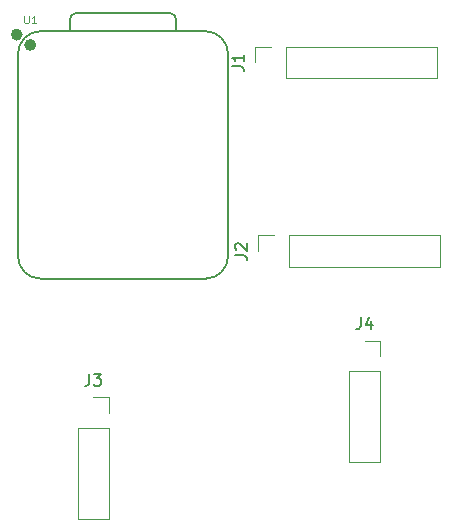
<source format=gbr>
%TF.GenerationSoftware,KiCad,Pcbnew,9.0.0*%
%TF.CreationDate,2025-06-10T19:10:25+05:30*%
%TF.ProjectId,andytrackerv2,616e6479-7472-4616-936b-657276322e6b,rev?*%
%TF.SameCoordinates,Original*%
%TF.FileFunction,Legend,Top*%
%TF.FilePolarity,Positive*%
%FSLAX46Y46*%
G04 Gerber Fmt 4.6, Leading zero omitted, Abs format (unit mm)*
G04 Created by KiCad (PCBNEW 9.0.0) date 2025-06-10 19:10:25*
%MOMM*%
%LPD*%
G01*
G04 APERTURE LIST*
%ADD10C,0.101600*%
%ADD11C,0.150000*%
%ADD12C,0.127000*%
%ADD13C,0.100000*%
%ADD14C,0.504000*%
%ADD15C,0.120000*%
G04 APERTURE END LIST*
D10*
X154681190Y-93073479D02*
X154681190Y-93587526D01*
X154681190Y-93587526D02*
X154711428Y-93648002D01*
X154711428Y-93648002D02*
X154741666Y-93678241D01*
X154741666Y-93678241D02*
X154802142Y-93708479D01*
X154802142Y-93708479D02*
X154923095Y-93708479D01*
X154923095Y-93708479D02*
X154983571Y-93678241D01*
X154983571Y-93678241D02*
X155013809Y-93648002D01*
X155013809Y-93648002D02*
X155044047Y-93587526D01*
X155044047Y-93587526D02*
X155044047Y-93073479D01*
X155679047Y-93708479D02*
X155316190Y-93708479D01*
X155497618Y-93708479D02*
X155497618Y-93073479D01*
X155497618Y-93073479D02*
X155437142Y-93164193D01*
X155437142Y-93164193D02*
X155376666Y-93224669D01*
X155376666Y-93224669D02*
X155316190Y-93254907D01*
D11*
X183166666Y-118604819D02*
X183166666Y-119319104D01*
X183166666Y-119319104D02*
X183119047Y-119461961D01*
X183119047Y-119461961D02*
X183023809Y-119557200D01*
X183023809Y-119557200D02*
X182880952Y-119604819D01*
X182880952Y-119604819D02*
X182785714Y-119604819D01*
X184071428Y-118938152D02*
X184071428Y-119604819D01*
X183833333Y-118557200D02*
X183595238Y-119271485D01*
X183595238Y-119271485D02*
X184214285Y-119271485D01*
X172269819Y-97358333D02*
X172984104Y-97358333D01*
X172984104Y-97358333D02*
X173126961Y-97405952D01*
X173126961Y-97405952D02*
X173222200Y-97501190D01*
X173222200Y-97501190D02*
X173269819Y-97644047D01*
X173269819Y-97644047D02*
X173269819Y-97739285D01*
X173269819Y-96358333D02*
X173269819Y-96929761D01*
X173269819Y-96644047D02*
X172269819Y-96644047D01*
X172269819Y-96644047D02*
X172412676Y-96739285D01*
X172412676Y-96739285D02*
X172507914Y-96834523D01*
X172507914Y-96834523D02*
X172555533Y-96929761D01*
X172524819Y-113333333D02*
X173239104Y-113333333D01*
X173239104Y-113333333D02*
X173381961Y-113380952D01*
X173381961Y-113380952D02*
X173477200Y-113476190D01*
X173477200Y-113476190D02*
X173524819Y-113619047D01*
X173524819Y-113619047D02*
X173524819Y-113714285D01*
X172620057Y-112904761D02*
X172572438Y-112857142D01*
X172572438Y-112857142D02*
X172524819Y-112761904D01*
X172524819Y-112761904D02*
X172524819Y-112523809D01*
X172524819Y-112523809D02*
X172572438Y-112428571D01*
X172572438Y-112428571D02*
X172620057Y-112380952D01*
X172620057Y-112380952D02*
X172715295Y-112333333D01*
X172715295Y-112333333D02*
X172810533Y-112333333D01*
X172810533Y-112333333D02*
X172953390Y-112380952D01*
X172953390Y-112380952D02*
X173524819Y-112952380D01*
X173524819Y-112952380D02*
X173524819Y-112333333D01*
X160191666Y-123384819D02*
X160191666Y-124099104D01*
X160191666Y-124099104D02*
X160144047Y-124241961D01*
X160144047Y-124241961D02*
X160048809Y-124337200D01*
X160048809Y-124337200D02*
X159905952Y-124384819D01*
X159905952Y-124384819D02*
X159810714Y-124384819D01*
X160572619Y-123384819D02*
X161191666Y-123384819D01*
X161191666Y-123384819D02*
X160858333Y-123765771D01*
X160858333Y-123765771D02*
X161001190Y-123765771D01*
X161001190Y-123765771D02*
X161096428Y-123813390D01*
X161096428Y-123813390D02*
X161144047Y-123861009D01*
X161144047Y-123861009D02*
X161191666Y-123956247D01*
X161191666Y-123956247D02*
X161191666Y-124194342D01*
X161191666Y-124194342D02*
X161144047Y-124289580D01*
X161144047Y-124289580D02*
X161096428Y-124337200D01*
X161096428Y-124337200D02*
X161001190Y-124384819D01*
X161001190Y-124384819D02*
X160715476Y-124384819D01*
X160715476Y-124384819D02*
X160620238Y-124337200D01*
X160620238Y-124337200D02*
X160572619Y-124289580D01*
D12*
%TO.C,U1*%
X154155000Y-113429000D02*
X154155000Y-96284000D01*
X156060000Y-115334000D02*
X170030000Y-115334000D01*
X158550000Y-94379000D02*
X158553728Y-93368728D01*
X159053728Y-92869000D02*
X167049000Y-92869000D01*
X167549000Y-93369000D02*
X167549000Y-94379000D01*
D13*
X170030000Y-94379000D02*
X156060000Y-94379000D01*
D12*
X170030000Y-94379000D02*
X156060000Y-94379000D01*
X171935000Y-113429000D02*
X171935000Y-96284000D01*
X154155000Y-96284000D02*
G75*
G02*
X156060000Y-94379000I1905001J-1D01*
G01*
X156060000Y-115334000D02*
G75*
G02*
X154155000Y-113429000I1J1905001D01*
G01*
X158553728Y-93368728D02*
G75*
G02*
X159053728Y-92869001I500018J-291D01*
G01*
X167049000Y-92869000D02*
G75*
G02*
X167549000Y-93369000I0J-500000D01*
G01*
X170030000Y-94379000D02*
G75*
G02*
X171935000Y-96284000I0J-1905000D01*
G01*
X171935000Y-113429000D02*
G75*
G02*
X170030000Y-115334000I-1905000J0D01*
G01*
D14*
X154297000Y-94670000D02*
G75*
G02*
X153793000Y-94670000I-252000J0D01*
G01*
X153793000Y-94670000D02*
G75*
G02*
X154297000Y-94670000I252000J0D01*
G01*
X155440000Y-95550000D02*
G75*
G02*
X154936000Y-95550000I-252000J0D01*
G01*
X154936000Y-95550000D02*
G75*
G02*
X155440000Y-95550000I252000J0D01*
G01*
D15*
%TO.C,J4*%
X182170000Y-123190000D02*
X182170000Y-130870000D01*
X182170000Y-123190000D02*
X184830000Y-123190000D01*
X182170000Y-130870000D02*
X184830000Y-130870000D01*
X183500000Y-120590000D02*
X184830000Y-120590000D01*
X184830000Y-120590000D02*
X184830000Y-121920000D01*
X184830000Y-123190000D02*
X184830000Y-130870000D01*
%TO.C,J1*%
X176855000Y-98355000D02*
X189615000Y-98355000D01*
X176855000Y-98355000D02*
X176855000Y-95695000D01*
X189615000Y-98355000D02*
X189615000Y-95695000D01*
X174255000Y-97025000D02*
X174255000Y-95695000D01*
X174255000Y-95695000D02*
X175585000Y-95695000D01*
X176855000Y-95695000D02*
X189615000Y-95695000D01*
%TO.C,J2*%
X177110000Y-114330000D02*
X189870000Y-114330000D01*
X177110000Y-114330000D02*
X177110000Y-111670000D01*
X189870000Y-114330000D02*
X189870000Y-111670000D01*
X174510000Y-113000000D02*
X174510000Y-111670000D01*
X174510000Y-111670000D02*
X175840000Y-111670000D01*
X177110000Y-111670000D02*
X189870000Y-111670000D01*
%TO.C,J3*%
X159195000Y-127970000D02*
X159195000Y-135650000D01*
X159195000Y-127970000D02*
X161855000Y-127970000D01*
X159195000Y-135650000D02*
X161855000Y-135650000D01*
X160525000Y-125370000D02*
X161855000Y-125370000D01*
X161855000Y-125370000D02*
X161855000Y-126700000D01*
X161855000Y-127970000D02*
X161855000Y-135650000D01*
%TD*%
M02*

</source>
